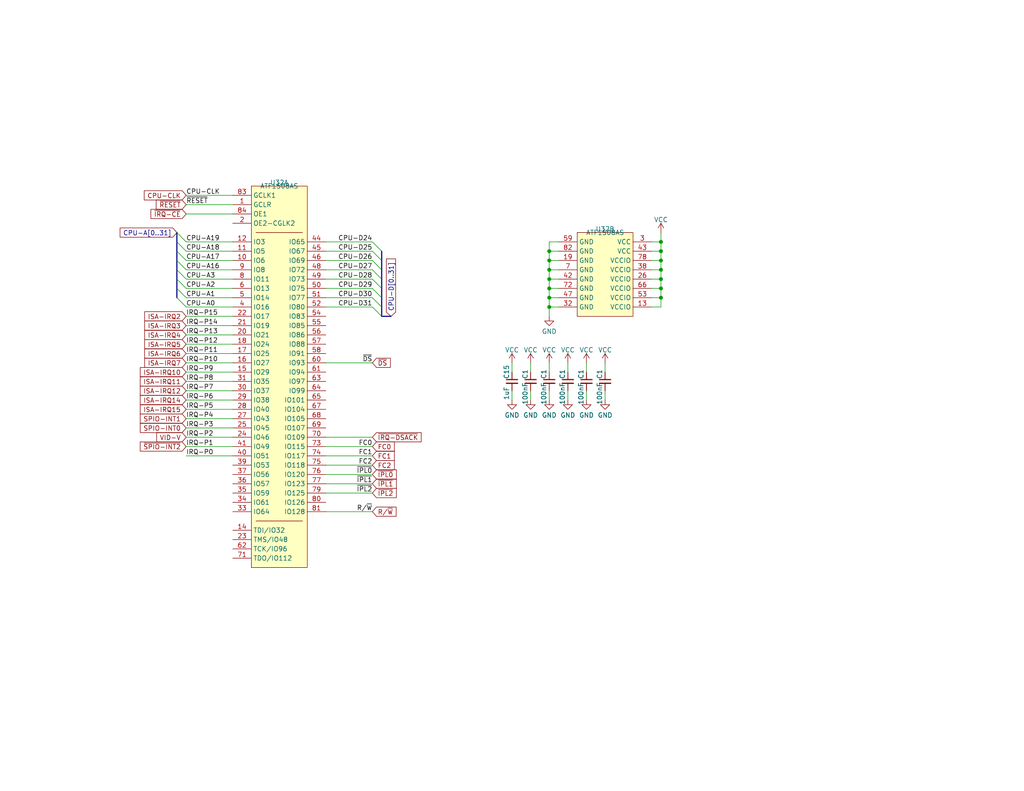
<source format=kicad_sch>
(kicad_sch (version 20230121) (generator eeschema)
  (paper "USLetter")
  (title_block (title "Wrap030-ATX Mainboard") (date "2023-03-26") (rev "1") (company "techav"))
  (lib_symbols
    (symbol "Device:C_Small" (pin_numbers hide) (pin_names (offset 0.254) hide)
      (property "Reference" "C" (at 0.254 1.778 0))
      (property "Value" "C_Small" (at 0.254 -2.032 0))
      (symbol "C_Small_0_1"
        (polyline (pts (xy -1.524 -0.508) (xy 1.524 -0.508)) (stroke (width 0.3302)))
        (polyline (pts (xy -1.524 0.508) (xy 1.524 0.508)) (stroke (width 0.3048)))
      )
      (symbol "C_Small_1_1"
        (pin passive line (at 0 2.54 270) (length 2.032) (name "~") (number "1"))
        (pin passive line (at 0 -2.54 90) (length 2.032) (name "~") (number "2"))
      )
    )
    (symbol "Wrap030-ITX:ATF1508AS"
      (property "Reference" "U" (at 0 1.27 0))
      (symbol "ATF1508AS_1_1"
        (rectangle (start -7.62 0) (end 7.62 -104.14) (fill (type background)))
        (polyline (pts (xy -6.35 -91.44) (xy 6.35 -91.44)))
        (polyline (pts (xy -6.35 -12.7) (xy 6.35 -12.7)))
        (pin bidirectional line (at -12.7 -5.08 0) (length 5.08) (name "GCLR") (number "1"))
        (pin bidirectional line (at -12.7 -20.32 0) (length 5.08) (name "IO6") (number "10"))
        (pin bidirectional line (at -12.7 -17.78 0) (length 5.08) (name "IO5") (number "11"))
        (pin bidirectional line (at -12.7 -15.24 0) (length 5.08) (name "IO3") (number "12"))
        (pin bidirectional line (at -12.7 -93.98 0) (length 5.08) (name "TDI/IO32") (number "14"))
        (pin bidirectional line (at -12.7 -50.8 0) (length 5.08) (name "IO29") (number "15"))
        (pin bidirectional line (at -12.7 -48.26 0) (length 5.08) (name "IO27") (number "16"))
        (pin bidirectional line (at -12.7 -45.72 0) (length 5.08) (name "IO25") (number "17"))
        (pin bidirectional line (at -12.7 -43.18 0) (length 5.08) (name "IO24") (number "18"))
        (pin bidirectional line (at -12.7 -10.16 0) (length 5.08) (name "OE2-CGLK2") (number "2"))
        (pin bidirectional line (at -12.7 -40.64 0) (length 5.08) (name "IO21") (number "20"))
        (pin bidirectional line (at -12.7 -38.1 0) (length 5.08) (name "IO19") (number "21"))
        (pin bidirectional line (at -12.7 -35.56 0) (length 5.08) (name "IO17") (number "22"))
        (pin bidirectional line (at -12.7 -96.52 0) (length 5.08) (name "TMS/IO48") (number "23"))
        (pin bidirectional line (at -12.7 -68.58 0) (length 5.08) (name "IO46") (number "24"))
        (pin bidirectional line (at -12.7 -66.04 0) (length 5.08) (name "IO45") (number "25"))
        (pin bidirectional line (at -12.7 -63.5 0) (length 5.08) (name "IO43") (number "27"))
        (pin bidirectional line (at -12.7 -60.96 0) (length 5.08) (name "IO40") (number "28"))
        (pin bidirectional line (at -12.7 -58.42 0) (length 5.08) (name "IO38") (number "29"))
        (pin bidirectional line (at -12.7 -55.88 0) (length 5.08) (name "IO37") (number "30"))
        (pin bidirectional line (at -12.7 -53.34 0) (length 5.08) (name "IO35") (number "31"))
        (pin bidirectional line (at -12.7 -88.9 0) (length 5.08) (name "IO64") (number "33"))
        (pin bidirectional line (at -12.7 -86.36 0) (length 5.08) (name "IO61") (number "34"))
        (pin bidirectional line (at -12.7 -83.82 0) (length 5.08) (name "IO59") (number "35"))
        (pin bidirectional line (at -12.7 -81.28 0) (length 5.08) (name "IO57") (number "36"))
        (pin bidirectional line (at -12.7 -78.74 0) (length 5.08) (name "IO56") (number "37"))
        (pin bidirectional line (at -12.7 -76.2 0) (length 5.08) (name "IO53") (number "39"))
        (pin bidirectional line (at -12.7 -33.02 0) (length 5.08) (name "IO16") (number "4"))
        (pin bidirectional line (at -12.7 -73.66 0) (length 5.08) (name "IO51") (number "40"))
        (pin bidirectional line (at -12.7 -71.12 0) (length 5.08) (name "IO49") (number "41"))
        (pin bidirectional line (at 12.7 -15.24 180) (length 5.08) (name "IO65") (number "44"))
        (pin bidirectional line (at 12.7 -17.78 180) (length 5.08) (name "IO67") (number "45"))
        (pin bidirectional line (at 12.7 -20.32 180) (length 5.08) (name "IO69") (number "46"))
        (pin bidirectional line (at 12.7 -22.86 180) (length 5.08) (name "IO72") (number "48"))
        (pin bidirectional line (at 12.7 -25.4 180) (length 5.08) (name "IO73") (number "49"))
        (pin bidirectional line (at -12.7 -30.48 0) (length 5.08) (name "IO14") (number "5"))
        (pin bidirectional line (at 12.7 -27.94 180) (length 5.08) (name "IO75") (number "50"))
        (pin bidirectional line (at 12.7 -30.48 180) (length 5.08) (name "IO77") (number "51"))
        (pin bidirectional line (at 12.7 -33.02 180) (length 5.08) (name "IO80") (number "52"))
        (pin bidirectional line (at 12.7 -35.56 180) (length 5.08) (name "IO83") (number "54"))
        (pin bidirectional line (at 12.7 -38.1 180) (length 5.08) (name "IO85") (number "55"))
        (pin bidirectional line (at 12.7 -40.64 180) (length 5.08) (name "IO86") (number "56"))
        (pin bidirectional line (at 12.7 -43.18 180) (length 5.08) (name "IO88") (number "57"))
        (pin bidirectional line (at 12.7 -45.72 180) (length 5.08) (name "IO91") (number "58"))
        (pin bidirectional line (at -12.7 -27.94 0) (length 5.08) (name "IO13") (number "6"))
        (pin bidirectional line (at 12.7 -48.26 180) (length 5.08) (name "IO93") (number "60"))
        (pin bidirectional line (at 12.7 -50.8 180) (length 5.08) (name "IO94") (number "61"))
        (pin bidirectional line (at -12.7 -99.06 0) (length 5.08) (name "TCK/IO96") (number "62"))
        (pin bidirectional line (at 12.7 -53.34 180) (length 5.08) (name "IO97") (number "63"))
        (pin bidirectional line (at 12.7 -55.88 180) (length 5.08) (name "IO99") (number "64"))
        (pin bidirectional line (at 12.7 -58.42 180) (length 5.08) (name "IO101") (number "65"))
        (pin bidirectional line (at 12.7 -60.96 180) (length 5.08) (name "IO104") (number "67"))
        (pin bidirectional line (at 12.7 -63.5 180) (length 5.08) (name "IO105") (number "68"))
        (pin bidirectional line (at 12.7 -66.04 180) (length 5.08) (name "IO107") (number "69"))
        (pin bidirectional line (at 12.7 -68.58 180) (length 5.08) (name "IO109") (number "70"))
        (pin bidirectional line (at -12.7 -101.6 0) (length 5.08) (name "TDO/IO112") (number "71"))
        (pin bidirectional line (at 12.7 -71.12 180) (length 5.08) (name "IO115") (number "73"))
        (pin bidirectional line (at 12.7 -73.66 180) (length 5.08) (name "IO117") (number "74"))
        (pin bidirectional line (at 12.7 -76.2 180) (length 5.08) (name "IO118") (number "75"))
        (pin bidirectional line (at 12.7 -78.74 180) (length 5.08) (name "IO120") (number "76"))
        (pin bidirectional line (at 12.7 -81.28 180) (length 5.08) (name "IO123") (number "77"))
        (pin bidirectional line (at 12.7 -83.82 180) (length 5.08) (name "IO125") (number "79"))
        (pin bidirectional line (at -12.7 -25.4 0) (length 5.08) (name "IO11") (number "8"))
        (pin bidirectional line (at 12.7 -86.36 180) (length 5.08) (name "IO126") (number "80"))
        (pin bidirectional line (at 12.7 -88.9 180) (length 5.08) (name "IO128") (number "81"))
        (pin bidirectional line (at -12.7 -2.54 0) (length 5.08) (name "GCLK1") (number "83"))
        (pin bidirectional line (at -12.7 -7.62 0) (length 5.08) (name "OE1") (number "84"))
        (pin bidirectional line (at -12.7 -22.86 0) (length 5.08) (name "IO8") (number "9"))
      )
      (symbol "ATF1508AS_2_1"
        (rectangle (start -7.62 0) (end 7.62 -22.86) (fill (type background)))
        (pin power_in line (at 12.7 -20.32 180) (length 5.08) (name "VCCIO") (number "13"))
        (pin power_in line (at -12.7 -7.62 0) (length 5.08) (name "GND") (number "19"))
        (pin power_in line (at 12.7 -12.7 180) (length 5.08) (name "VCCIO") (number "26"))
        (pin power_in line (at 12.7 -2.54 180) (length 5.08) (name "VCC") (number "3"))
        (pin power_in line (at -12.7 -20.32 0) (length 5.08) (name "GND") (number "32"))
        (pin power_in line (at 12.7 -10.16 180) (length 5.08) (name "VCCIO") (number "38"))
        (pin power_in line (at -12.7 -12.7 0) (length 5.08) (name "GND") (number "42"))
        (pin power_in line (at 12.7 -5.08 180) (length 5.08) (name "VCC") (number "43"))
        (pin power_in line (at -12.7 -17.78 0) (length 5.08) (name "GND") (number "47"))
        (pin power_in line (at 12.7 -17.78 180) (length 5.08) (name "VCCIO") (number "53"))
        (pin power_in line (at -12.7 -2.54 0) (length 5.08) (name "GND") (number "59"))
        (pin power_in line (at 12.7 -15.24 180) (length 5.08) (name "VCCIO") (number "66"))
        (pin power_in line (at -12.7 -10.16 0) (length 5.08) (name "GND") (number "7"))
        (pin power_in line (at -12.7 -15.24 0) (length 5.08) (name "GND") (number "72"))
        (pin power_in line (at 12.7 -7.62 180) (length 5.08) (name "VCCIO") (number "78"))
        (pin power_in line (at -12.7 -5.08 0) (length 5.08) (name "GND") (number "82"))
      )
    )
    (symbol "power:GND" (power) (pin_names (offset 0))
      (property "Value" "GND" (at 0 -3.81 0))
      (symbol "GND_0_1"
        (polyline (pts (xy 0 0) (xy 0 -1.27) (xy 1.27 -1.27) (xy 0 -2.54) (xy -1.27 -1.27) (xy 0 -1.27)))
      )
      (symbol "GND_1_1"
        (pin power_in line (at 0 0 270) (length 0) hide (name "GND") (number "1"))
      )
    )
    (symbol "power:VCC" (power) (pin_names (offset 0))
      (property "Value" "VCC" (at 0 3.81 0))
      (symbol "VCC_0_1"
        (polyline (pts (xy -0.762 1.27) (xy 0 2.54)))
        (polyline (pts (xy 0 0) (xy 0 2.54)))
        (polyline (pts (xy 0 2.54) (xy 0.762 1.27)))
      )
      (symbol "VCC_1_1"
        (pin power_in line (at 0 0 90) (length 0) hide (name "VCC") (number "1"))
      )
    )
  )
  (junction (at 180.34 81.28))
  (junction (at 180.34 76.2))
  (junction (at 180.34 71.12))
  (junction (at 149.86 73.66))
  (junction (at 180.34 73.66))
  (junction (at 149.86 83.82))
  (junction (at 180.34 66.04))
  (junction (at 180.34 68.58))
  (junction (at 149.86 68.58))
  (junction (at 149.86 78.74))
  (junction (at 149.86 71.12))
  (junction (at 149.86 81.28))
  (junction (at 180.34 78.74))
  (junction (at 149.86 76.2))
  (bus_entry (at 104.14 68.58) (size -2.54 -2.54))
  (bus_entry (at 104.14 81.28) (size -2.54 -2.54))
  (bus_entry (at 50.8 76.2) (size -2.54 -2.54))
  (bus_entry (at 50.8 78.74) (size -2.54 -2.54))
  (bus_entry (at 48.26 81.28) (size 2.54 2.54))
  (bus_entry (at 50.8 73.66) (size -2.54 -2.54))
  (bus_entry (at 50.8 81.28) (size -2.54 -2.54))
  (bus_entry (at 104.14 76.2) (size -2.54 -2.54))
  (bus_entry (at 50.8 68.58) (size -2.54 -2.54))
  (bus_entry (at 104.14 73.66) (size -2.54 -2.54))
  (bus_entry (at 104.14 71.12) (size -2.54 -2.54))
  (bus_entry (at 50.8 66.04) (size -2.54 -2.54))
  (bus_entry (at 50.8 71.12) (size -2.54 -2.54))
  (bus_entry (at 104.14 83.82) (size -2.54 -2.54))
  (bus_entry (at 104.14 78.74) (size -2.54 -2.54))
  (bus_entry (at 104.14 86.36) (size -2.54 -2.54))
  (wire (pts (xy 63.5 81.28) (xy 50.8 81.28)))
  (wire (pts (xy 149.86 66.04) (xy 149.86 68.58)))
  (wire (pts (xy 149.86 99.06) (xy 149.86 101.6)))
  (wire (pts (xy 50.8 101.6) (xy 63.5 101.6)))
  (wire (pts (xy 149.86 71.12) (xy 152.4 71.12)))
  (wire (pts (xy 144.78 109.22) (xy 144.78 106.68)))
  (wire (pts (xy 50.8 111.76) (xy 63.5 111.76)))
  (wire (pts (xy 63.5 71.12) (xy 50.8 71.12)))
  (wire (pts (xy 50.8 96.52) (xy 63.5 96.52)))
  (wire (pts (xy 50.8 88.9) (xy 63.5 88.9)))
  (wire (pts (xy 88.9 139.7) (xy 101.6 139.7)))
  (wire (pts (xy 101.6 132.08) (xy 88.9 132.08)))
  (wire (pts (xy 63.5 78.74) (xy 50.8 78.74)))
  (wire (pts (xy 180.34 73.66) (xy 180.34 76.2)))
  (wire (pts (xy 180.34 76.2) (xy 180.34 78.74)))
  (wire (pts (xy 101.6 83.82) (xy 88.9 83.82)))
  (wire (pts (xy 139.7 99.06) (xy 139.7 101.6)))
  (wire (pts (xy 149.86 71.12) (xy 149.86 73.66)))
  (wire (pts (xy 154.94 99.06) (xy 154.94 101.6)))
  (wire (pts (xy 149.86 81.28) (xy 149.86 83.82)))
  (wire (pts (xy 180.34 63.5) (xy 180.34 66.04)))
  (wire (pts (xy 88.9 121.92) (xy 101.6 121.92)))
  (wire (pts (xy 177.8 76.2) (xy 180.34 76.2)))
  (wire (pts (xy 50.8 99.06) (xy 63.5 99.06)))
  (bus (pts (xy 48.26 66.04) (xy 48.26 63.5)))
  (wire (pts (xy 177.8 78.74) (xy 180.34 78.74)))
  (wire (pts (xy 101.6 129.54) (xy 88.9 129.54)))
  (bus (pts (xy 104.14 78.74) (xy 104.14 81.28)))
  (bus (pts (xy 104.14 83.82) (xy 104.14 86.36)))
  (bus (pts (xy 48.26 78.74) (xy 48.26 76.2)))
  (wire (pts (xy 50.8 116.84) (xy 63.5 116.84)))
  (wire (pts (xy 149.86 73.66) (xy 152.4 73.66)))
  (wire (pts (xy 88.9 99.06) (xy 101.6 99.06)))
  (wire (pts (xy 88.9 127) (xy 101.6 127)))
  (wire (pts (xy 180.34 81.28) (xy 180.34 83.82)))
  (wire (pts (xy 149.86 78.74) (xy 149.86 81.28)))
  (wire (pts (xy 149.86 83.82) (xy 149.86 86.36)))
  (wire (pts (xy 177.8 71.12) (xy 180.34 71.12)))
  (wire (pts (xy 149.86 76.2) (xy 152.4 76.2)))
  (wire (pts (xy 101.6 78.74) (xy 88.9 78.74)))
  (wire (pts (xy 154.94 109.22) (xy 154.94 106.68)))
  (wire (pts (xy 50.8 121.92) (xy 63.5 121.92)))
  (wire (pts (xy 180.34 66.04) (xy 180.34 68.58)))
  (wire (pts (xy 88.9 119.38) (xy 101.6 119.38)))
  (wire (pts (xy 149.86 81.28) (xy 152.4 81.28)))
  (wire (pts (xy 180.34 71.12) (xy 180.34 73.66)))
  (bus (pts (xy 104.14 71.12) (xy 104.14 73.66)))
  (bus (pts (xy 104.14 73.66) (xy 104.14 76.2)))
  (wire (pts (xy 160.02 109.22) (xy 160.02 106.68)))
  (wire (pts (xy 165.1 99.06) (xy 165.1 101.6)))
  (wire (pts (xy 50.8 119.38) (xy 63.5 119.38)))
  (wire (pts (xy 177.8 68.58) (xy 180.34 68.58)))
  (wire (pts (xy 139.7 109.22) (xy 139.7 106.68)))
  (wire (pts (xy 165.1 109.22) (xy 165.1 106.68)))
  (wire (pts (xy 160.02 99.06) (xy 160.02 101.6)))
  (wire (pts (xy 50.8 86.36) (xy 63.5 86.36)))
  (wire (pts (xy 144.78 99.06) (xy 144.78 101.6)))
  (wire (pts (xy 50.8 109.22) (xy 63.5 109.22)))
  (bus (pts (xy 104.14 76.2) (xy 104.14 78.74)))
  (wire (pts (xy 50.8 55.88) (xy 63.5 55.88)))
  (wire (pts (xy 50.8 53.34) (xy 63.5 53.34)))
  (wire (pts (xy 177.8 81.28) (xy 180.34 81.28)))
  (wire (pts (xy 149.86 66.04) (xy 152.4 66.04)))
  (bus (pts (xy 104.14 68.58) (xy 104.14 71.12)))
  (wire (pts (xy 50.8 93.98) (xy 63.5 93.98)))
  (wire (pts (xy 180.34 78.74) (xy 180.34 81.28)))
  (wire (pts (xy 177.8 83.82) (xy 180.34 83.82)))
  (wire (pts (xy 101.6 68.58) (xy 88.9 68.58)))
  (wire (pts (xy 101.6 66.04) (xy 88.9 66.04)))
  (bus (pts (xy 48.26 68.58) (xy 48.26 66.04)))
  (wire (pts (xy 63.5 66.04) (xy 50.8 66.04)))
  (wire (pts (xy 50.8 114.3) (xy 63.5 114.3)))
  (bus (pts (xy 48.26 71.12) (xy 48.26 68.58)))
  (wire (pts (xy 149.86 76.2) (xy 149.86 78.74)))
  (wire (pts (xy 101.6 73.66) (xy 88.9 73.66)))
  (wire (pts (xy 88.9 124.46) (xy 101.6 124.46)))
  (wire (pts (xy 177.8 73.66) (xy 180.34 73.66)))
  (bus (pts (xy 104.14 81.28) (xy 104.14 83.82)))
  (wire (pts (xy 101.6 81.28) (xy 88.9 81.28)))
  (wire (pts (xy 50.8 58.42) (xy 63.5 58.42)))
  (wire (pts (xy 101.6 134.62) (xy 88.9 134.62)))
  (wire (pts (xy 149.86 73.66) (xy 149.86 76.2)))
  (wire (pts (xy 63.5 68.58) (xy 50.8 68.58)))
  (wire (pts (xy 63.5 73.66) (xy 50.8 73.66)))
  (wire (pts (xy 50.8 124.46) (xy 63.5 124.46)))
  (wire (pts (xy 149.86 68.58) (xy 149.86 71.12)))
  (bus (pts (xy 48.26 81.28) (xy 48.26 78.74)))
  (wire (pts (xy 50.8 104.14) (xy 63.5 104.14)))
  (wire (pts (xy 149.86 78.74) (xy 152.4 78.74)))
  (bus (pts (xy 48.26 73.66) (xy 48.26 71.12)))
  (wire (pts (xy 50.8 91.44) (xy 63.5 91.44)))
  (wire (pts (xy 63.5 83.82) (xy 50.8 83.82)))
  (wire (pts (xy 149.86 109.22) (xy 149.86 106.68)))
  (wire (pts (xy 149.86 83.82) (xy 152.4 83.82)))
  (wire (pts (xy 50.8 106.68) (xy 63.5 106.68)))
  (bus (pts (xy 48.26 76.2) (xy 48.26 73.66)))
  (wire (pts (xy 63.5 76.2) (xy 50.8 76.2)))
  (wire (pts (xy 101.6 71.12) (xy 88.9 71.12)))
  (bus (pts (xy 106.68 86.36) (xy 104.14 86.36)))
  (wire (pts (xy 149.86 68.58) (xy 152.4 68.58)))
  (wire (pts (xy 177.8 66.04) (xy 180.34 66.04)))
  (wire (pts (xy 101.6 76.2) (xy 88.9 76.2)))
  (wire (pts (xy 180.34 68.58) (xy 180.34 71.12)))
  (label "FC0" (at 101.6 121.92 180))
  (label "CPU-A17" (at 50.8 71.12 0))
  (label "~{DS}" (at 101.6 99.06 180))
  (label "FC2" (at 101.6 127 180))
  (label "CPU-A19" (at 50.8 66.04 0))
  (label "IRQ-P11" (at 50.8 96.52 0))
  (label "IRQ-P12" (at 50.8 93.98 0))
  (label "IRQ-P5" (at 50.8 111.76 0))
  (label "CPU-D26" (at 101.6 71.12 180))
  (label "CPU-D29" (at 101.6 78.74 180))
  (label "CPU-A16" (at 50.8 73.66 0))
  (label "~{IPL1}" (at 101.6 132.08 180))
  (label "CPU-D27" (at 101.6 73.66 180))
  (label "CPU-D24" (at 101.6 66.04 180))
  (label "IRQ-P8" (at 50.8 104.14 0))
  (label "IRQ-P7" (at 50.8 106.68 0))
  (label "CPU-A2" (at 50.8 78.74 0))
  (label "CPU-D28" (at 101.6 76.2 180))
  (label "IRQ-P1" (at 50.8 121.92 0))
  (label "FC1" (at 101.6 124.46 180))
  (label "IRQ-P3" (at 50.8 116.84 0))
  (label "CPU-A1" (at 50.8 81.28 0))
  (label "~{IPL0}" (at 101.6 129.54 180))
  (label "IRQ-P15" (at 50.8 86.36 0))
  (label "~{RESET}" (at 50.8 55.88 0))
  (label "IRQ-P2" (at 50.8 119.38 0))
  (label "IRQ-P0" (at 50.8 124.46 0))
  (label "IRQ-P14" (at 50.8 88.9 0))
  (label "IRQ-P6" (at 50.8 109.22 0))
  (label "IRQ-P13" (at 50.8 91.44 0))
  (label "IRQ-P4" (at 50.8 114.3 0))
  (label "CPU-A18" (at 50.8 68.58 0))
  (label "R{slash}~{W}" (at 101.6 139.7 180))
  (label "~{IPL2}" (at 101.6 134.62 180))
  (label "CPU-A3" (at 50.8 76.2 0))
  (label "IRQ-P9" (at 50.8 101.6 0))
  (label "CPU-CLK" (at 50.8 53.34 0))
  (label "CPU-A0" (at 50.8 83.82 0))
  (label "IRQ-P10" (at 50.8 99.06 0))
  (label "CPU-D25" (at 101.6 68.58 180))
  (label "CPU-D31" (at 101.6 83.82 180))
  (label "CPU-D30" (at 101.6 81.28 180))
  (global_label "~{IRQ-DSACK}" (shape input) (at 101.6 119.38 0) (property "Intersheetrefs" "${INTERSHEET_REFS}" (effects hide)))
  (global_label "ISA-IRQ11" (shape input) (at 50.8 104.14 180) (property "Intersheetrefs" "${INTERSHEET_REFS}" (effects hide)))
  (global_label "SPIO-INT0" (shape input) (at 50.8 116.84 180) (property "Intersheetrefs" "${INTERSHEET_REFS}" (effects hide)))
  (global_label "ISA-IRQ5" (shape input) (at 50.8 93.98 180) (property "Intersheetrefs" "${INTERSHEET_REFS}" (effects hide)))
  (global_label "SPIO-INT1" (shape input) (at 50.8 114.3 180) (property "Intersheetrefs" "${INTERSHEET_REFS}" (effects hide)))
  (global_label "ISA-IRQ2" (shape input) (at 50.8 86.36 180) (property "Intersheetrefs" "${INTERSHEET_REFS}" (effects hide)))
  (global_label "~{IPL1}" (shape input) (at 101.6 132.08 0) (property "Intersheetrefs" "${INTERSHEET_REFS}" (effects hide)))
  (global_label "~{IPL2}" (shape input) (at 101.6 134.62 0) (property "Intersheetrefs" "${INTERSHEET_REFS}" (effects hide)))
  (global_label "CPU-A[0..31]" (shape input) (at 48.26 63.5 180) (property "Intersheetrefs" "${INTERSHEET_REFS}" (effects hide)))
  (global_label "~{SPIO-INT2}" (shape input) (at 50.8 121.92 180) (property "Intersheetrefs" "${INTERSHEET_REFS}" (effects hide)))
  (global_label "ISA-IRQ7" (shape input) (at 50.8 99.06 180) (property "Intersheetrefs" "${INTERSHEET_REFS}" (effects hide)))
  (global_label "ISA-IRQ12" (shape input) (at 50.8 106.68 180) (property "Intersheetrefs" "${INTERSHEET_REFS}" (effects hide)))
  (global_label "R{slash}~{W}" (shape input) (at 101.6 139.7 0) (property "Intersheetrefs" "${INTERSHEET_REFS}" (effects hide)))
  (global_label "FC0" (shape input) (at 101.6 121.92 0) (property "Intersheetrefs" "${INTERSHEET_REFS}" (effects hide)))
  (global_label "ISA-IRQ3" (shape input) (at 50.8 88.9 180) (property "Intersheetrefs" "${INTERSHEET_REFS}" (effects hide)))
  (global_label "FC1" (shape input) (at 101.6 124.46 0) (property "Intersheetrefs" "${INTERSHEET_REFS}" (effects hide)))
  (global_label "FC2" (shape input) (at 101.6 127 0) (property "Intersheetrefs" "${INTERSHEET_REFS}" (effects hide)))
  (global_label "~{DS}" (shape input) (at 101.6 99.06 0) (property "Intersheetrefs" "${INTERSHEET_REFS}" (effects hide)))
  (global_label "ISA-IRQ6" (shape input) (at 50.8 96.52 180) (property "Intersheetrefs" "${INTERSHEET_REFS}" (effects hide)))
  (global_label "~{RESET}" (shape input) (at 50.8 55.88 180) (property "Intersheetrefs" "${INTERSHEET_REFS}" (effects hide)))
  (global_label "CPU-D[0..31]" (shape input) (at 106.68 86.36 90) (property "Intersheetrefs" "${INTERSHEET_REFS}" (effects hide)))
  (global_label "ISA-IRQ10" (shape input) (at 50.8 101.6 180) (property "Intersheetrefs" "${INTERSHEET_REFS}" (effects hide)))
  (global_label "VID-V" (shape input) (at 50.8 119.38 180) (property "Intersheetrefs" "${INTERSHEET_REFS}" (effects hide)))
  (global_label "~{IPL0}" (shape input) (at 101.6 129.54 0) (property "Intersheetrefs" "${INTERSHEET_REFS}" (effects hide)))
  (global_label "CPU-CLK" (shape input) (at 50.8 53.34 180) (property "Intersheetrefs" "${INTERSHEET_REFS}" (effects hide)))
  (global_label "~{IRQ-CE}" (shape input) (at 50.8 58.42 180) (property "Intersheetrefs" "${INTERSHEET_REFS}" (effects hide)))
  (global_label "ISA-IRQ15" (shape input) (at 50.8 111.76 180) (property "Intersheetrefs" "${INTERSHEET_REFS}" (effects hide)))
  (global_label "ISA-IRQ14" (shape input) (at 50.8 109.22 180) (property "Intersheetrefs" "${INTERSHEET_REFS}" (effects hide)))
  (global_label "ISA-IRQ4" (shape input) (at 50.8 91.44 180) (property "Intersheetrefs" "${INTERSHEET_REFS}" (effects hide)))
  (symbol (lib_id "Device:C_Small") (at 144.78 104.14 0) (unit 1)
    (property "Reference" "C1" (at 143.2941 103.5026 90) (effects (justify left)))
    (property "Value" "100nF" (at 143.2941 110.5036 90) (effects (justify left)))
    (property "Footprint" "Capacitor_SMD:C_0402_1005Metric_Pad0.74x0.62mm_HandSolder" (effects hide))
    (property "JLC-Part" "https://jlcpcb.com/partdetail/1877-CL05B104KO5NNNC/C1525" (effects hide))
    (property "Mouser-Part" "187-CL05B104KO5NNNC" (effects hide))
    (property "Notes" "JLC" (effects hide))
    (instances (project "Wrap030-ITX" (path "" (reference "C1") (unit 1)) (path "" (reference "C20") (unit 1)) (path "" (reference "C43") (unit 1)) (path "" (reference "C112") (unit 1))))
  )
  (symbol (lib_id "power:VCC") (at 180.34 63.5 0) (unit 1)
    (property "Reference" "#PWR046" (effects hide))
    (property "Value" "VCC" (at 180.34 59.9981 0))
    (instances (project "Wrap030-ITX" (path "" (reference "#PWR046") (unit 1)) (path "" (reference "#PWR0132") (unit 1)) (path "" (reference "#PWR0368") (unit 1))))
  )
  (symbol (lib_id "Wrap030-ITX:ATF1508AS") (at 76.2 50.8 0) (unit 1)
    (property "Reference" "U32" (at 76.2 49.8381 0))
    (property "Value" "ATF1508AS" (at 76.2 50.8 0))
    (property "Footprint" "Package_LCC:PLCC-84_THT-Socket" (effects hide))
    (property "Mouser-Part" "556-ATF1508AS-10JU84" (effects hide))
    (property "Notes" "OFE" (effects hide))
    (property "Socket-Mouser" "575-948424" (effects hide))
  )
  (symbol (lib_id "Device:C_Small") (at 160.02 104.14 0) (unit 1)
    (property "Reference" "C1" (at 158.5341 103.5026 90) (effects (justify left)))
    (property "Value" "100nF" (at 158.5341 110.5036 90) (effects (justify left)))
    (property "Footprint" "Capacitor_SMD:C_0402_1005Metric_Pad0.74x0.62mm_HandSolder" (effects hide))
    (property "JLC-Part" "https://jlcpcb.com/partdetail/1877-CL05B104KO5NNNC/C1525" (effects hide))
    (property "Mouser-Part" "187-CL05B104KO5NNNC" (effects hide))
    (property "Notes" "JLC" (effects hide))
    (instances (project "Wrap030-ITX" (path "" (reference "C1") (unit 1)) (path "" (reference "C23") (unit 1)) (path "" (reference "C46") (unit 1)) (path "" (reference "C115") (unit 1))))
  )
  (symbol (lib_id "power:GND") (at 149.86 109.22 0) (unit 1)
    (property "Reference" "#PWR04" (effects hide))
    (property "Value" "GND" (at 149.86 113.3555 0))
    (instances (project "Wrap030-ITX" (path "" (reference "#PWR04") (unit 1)) (path "" (reference "#PWR052") (unit 1)) (path "" (reference "#PWR0121") (unit 1)) (path "" (reference "#PWR0357") (unit 1))))
  )
  (symbol (lib_id "Wrap030-ITX:ATF1508AS") (at 165.1 63.5 0) (unit 2)
    (property "Reference" "U32" (at 165.1 62.5381 0))
    (property "Value" "ATF1508AS" (at 165.1 63.5 0))
    (property "Footprint" "Package_LCC:PLCC-84_THT-Socket" (effects hide))
    (property "Mouser-Part" "556-ATF1508AS-10JU84" (effects hide))
    (property "Notes" "OFE" (effects hide))
    (property "Socket-Mouser" "575-948424" (effects hide))
  )
  (symbol (lib_id "power:VCC") (at 160.02 99.06 0) (unit 1)
    (property "Reference" "#PWR03" (effects hide))
    (property "Value" "VCC" (at 160.02 95.5581 0))
    (instances (project "Wrap030-ITX" (path "" (reference "#PWR03") (unit 1)) (path "" (reference "#PWR055") (unit 1)) (path "" (reference "#PWR0124") (unit 1)) (path "" (reference "#PWR0360") (unit 1))))
  )
  (symbol (lib_id "Device:C_Small") (at 149.86 104.14 0) (unit 1)
    (property "Reference" "C1" (at 148.3741 103.5026 90) (effects (justify left)))
    (property "Value" "100nF" (at 148.3741 110.5036 90) (effects (justify left)))
    (property "Footprint" "Capacitor_SMD:C_0402_1005Metric_Pad0.74x0.62mm_HandSolder" (effects hide))
    (property "JLC-Part" "https://jlcpcb.com/partdetail/1877-CL05B104KO5NNNC/C1525" (effects hide))
    (property "Mouser-Part" "187-CL05B104KO5NNNC" (effects hide))
    (property "Notes" "JLC" (effects hide))
    (instances (project "Wrap030-ITX" (path "" (reference "C1") (unit 1)) (path "" (reference "C21") (unit 1)) (path "" (reference "C44") (unit 1)) (path "" (reference "C113") (unit 1))))
  )
  (symbol (lib_id "Device:C_Small") (at 165.1 104.14 0) (unit 1)
    (property "Reference" "C1" (at 163.6141 103.5026 90) (effects (justify left)))
    (property "Value" "100nF" (at 163.6141 110.5036 90) (effects (justify left)))
    (property "Footprint" "Capacitor_SMD:C_0402_1005Metric_Pad0.74x0.62mm_HandSolder" (effects hide))
    (property "JLC-Part" "https://jlcpcb.com/partdetail/1877-CL05B104KO5NNNC/C1525" (effects hide))
    (property "Mouser-Part" "187-CL05B104KO5NNNC" (effects hide))
    (property "Notes" "JLC" (effects hide))
    (instances (project "Wrap030-ITX" (path "" (reference "C1") (unit 1)) (path "" (reference "C24") (unit 1)) (path "" (reference "C47") (unit 1)) (path "" (reference "C116") (unit 1))))
  )
  (symbol (lib_id "power:GND") (at 149.86 86.36 0) (unit 1)
    (property "Reference" "#PWR045" (effects hide))
    (property "Value" "GND" (at 149.86 90.4955 0))
    (instances (project "Wrap030-ITX" (path "" (reference "#PWR045") (unit 1)) (path "" (reference "#PWR0119") (unit 1)) (path "" (reference "#PWR0355") (unit 1))))
  )
  (symbol (lib_id "power:GND") (at 160.02 109.22 0) (unit 1)
    (property "Reference" "#PWR04" (effects hide))
    (property "Value" "GND" (at 160.02 113.3555 0))
    (instances (project "Wrap030-ITX" (path "" (reference "#PWR04") (unit 1)) (path "" (reference "#PWR056") (unit 1)) (path "" (reference "#PWR0125") (unit 1)) (path "" (reference "#PWR0361") (unit 1))))
  )
  (symbol (lib_id "power:GND") (at 139.7 109.22 0) (unit 1)
    (property "Reference" "#PWR032" (effects hide))
    (property "Value" "GND" (at 139.7 113.3555 0))
    (instances (project "Wrap030-ITX" (path "" (reference "#PWR032") (unit 1)) (path "" (reference "#PWR048") (unit 1)) (path "" (reference "#PWR0116") (unit 1)) (path "" (reference "#PWR0329") (unit 1))))
  )
  (symbol (lib_id "power:VCC") (at 165.1 99.06 0) (unit 1)
    (property "Reference" "#PWR03" (effects hide))
    (property "Value" "VCC" (at 165.1 95.5581 0))
    (instances (project "Wrap030-ITX" (path "" (reference "#PWR03") (unit 1)) (path "" (reference "#PWR057") (unit 1)) (path "" (reference "#PWR0126") (unit 1)) (path "" (reference "#PWR0362") (unit 1))))
  )
  (symbol (lib_id "power:GND") (at 144.78 109.22 0) (unit 1)
    (property "Reference" "#PWR04" (effects hide))
    (property "Value" "GND" (at 144.78 113.3555 0))
    (instances (project "Wrap030-ITX" (path "" (reference "#PWR04") (unit 1)) (path "" (reference "#PWR050") (unit 1)) (path "" (reference "#PWR0118") (unit 1)) (path "" (reference "#PWR0354") (unit 1))))
  )
  (symbol (lib_id "power:VCC") (at 144.78 99.06 0) (unit 1)
    (property "Reference" "#PWR03" (effects hide))
    (property "Value" "VCC" (at 144.78 95.5581 0))
    (instances (project "Wrap030-ITX" (path "" (reference "#PWR03") (unit 1)) (path "" (reference "#PWR049") (unit 1)) (path "" (reference "#PWR0117") (unit 1)) (path "" (reference "#PWR0330") (unit 1))))
  )
  (symbol (lib_id "power:GND") (at 165.1 109.22 0) (unit 1)
    (property "Reference" "#PWR04" (effects hide))
    (property "Value" "GND" (at 165.1 113.3555 0))
    (instances (project "Wrap030-ITX" (path "" (reference "#PWR04") (unit 1)) (path "" (reference "#PWR058") (unit 1)) (path "" (reference "#PWR0127") (unit 1)) (path "" (reference "#PWR0363") (unit 1))))
  )
  (symbol (lib_id "Device:C_Small") (at 139.7 104.14 0) (unit 1)
    (property "Reference" "C15" (at 138.2141 103.5026 90) (effects (justify left)))
    (property "Value" "1uF" (at 138.2141 109.2336 90) (effects (justify left)))
    (property "Footprint" "Capacitor_SMD:C_0402_1005Metric_Pad0.74x0.62mm_HandSolder" (effects hide))
    (property "JLC-Part" "https://jlcpcb.com/partdetail/53938-CL05A105KA5NQNC/C52923" (effects hide))
    (property "Mouser-Part" "187-CL05A105KA5NQNC" (effects hide))
    (property "Notes" "JLC" (effects hide))
    (instances (project "Wrap030-ITX" (path "" (reference "C15") (unit 1)) (path "" (reference "C19") (unit 1)) (path "" (reference "C42") (unit 1)) (path "" (reference "C111") (unit 1))))
  )
  (symbol (lib_id "power:VCC") (at 149.86 99.06 0) (unit 1)
    (property "Reference" "#PWR03" (effects hide))
    (property "Value" "VCC" (at 149.86 95.5581 0))
    (instances (project "Wrap030-ITX" (path "" (reference "#PWR03") (unit 1)) (path "" (reference "#PWR051") (unit 1)) (path "" (reference "#PWR0120") (unit 1)) (path "" (reference "#PWR0356") (unit 1))))
  )
  (symbol (lib_id "power:VCC") (at 139.7 99.06 0) (unit 1)
    (property "Reference" "#PWR031" (effects hide))
    (property "Value" "VCC" (at 139.7 95.5581 0))
    (instances (project "Wrap030-ITX" (path "" (reference "#PWR031") (unit 1)) (path "" (reference "#PWR047") (unit 1)) (path "" (reference "#PWR0115") (unit 1)) (path "" (reference "#PWR0265") (unit 1))))
  )
  (symbol (lib_id "Device:C_Small") (at 154.94 104.14 0) (unit 1)
    (property "Reference" "C1" (at 153.4541 103.5026 90) (effects (justify left)))
    (property "Value" "100nF" (at 153.4541 110.5036 90) (effects (justify left)))
    (property "Footprint" "Capacitor_SMD:C_0402_1005Metric_Pad0.74x0.62mm_HandSolder" (effects hide))
    (property "JLC-Part" "https://jlcpcb.com/partdetail/1877-CL05B104KO5NNNC/C1525" (effects hide))
    (property "Mouser-Part" "187-CL05B104KO5NNNC" (effects hide))
    (property "Notes" "JLC" (effects hide))
    (instances (project "Wrap030-ITX" (path "" (reference "C1") (unit 1)) (path "" (reference "C22") (unit 1)) (path "" (reference "C45") (unit 1)) (path "" (reference "C114") (unit 1))))
  )
  (symbol (lib_id "power:VCC") (at 154.94 99.06 0) (unit 1)
    (property "Reference" "#PWR03" (effects hide))
    (property "Value" "VCC" (at 154.94 95.5581 0))
    (instances (project "Wrap030-ITX" (path "" (reference "#PWR03") (unit 1)) (path "" (reference "#PWR053") (unit 1)) (path "" (reference "#PWR0122") (unit 1)) (path "" (reference "#PWR0358") (unit 1))))
  )
  (symbol (lib_id "power:GND") (at 154.94 109.22 0) (unit 1)
    (property "Reference" "#PWR04" (effects hide))
    (property "Value" "GND" (at 154.94 113.3555 0))
    (instances (project "Wrap030-ITX" (path "" (reference "#PWR04") (unit 1)) (path "" (reference "#PWR054") (unit 1)) (path "" (reference "#PWR0123") (unit 1)) (path "" (reference "#PWR0359") (unit 1))))
  )
)
</source>
